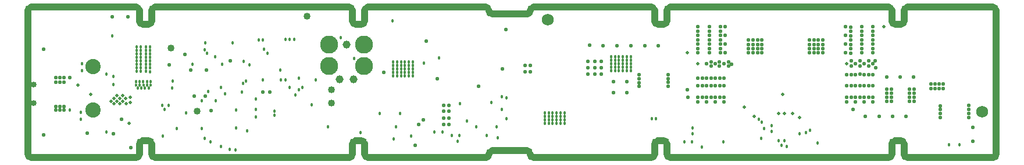
<source format=gbr>
%TF.GenerationSoftware,Altium Limited,Altium Designer,19.0.15 (446)*%
G04 Layer_Physical_Order=5*
G04 Layer_Color=128*
%FSLAX45Y45*%
%MOMM*%
%TF.FileFunction,Copper,L5,Inr,Plane*%
%TF.Part,Single*%
G01*
G75*
%TA.AperFunction,ViaPad*%
%ADD93C,0.45720*%
%TA.AperFunction,NonConductor*%
%ADD96C,1.01600*%
%TA.AperFunction,ViaPad*%
%ADD97C,1.01600*%
%TA.AperFunction,ComponentPad*%
%ADD98C,0.45400*%
%TA.AperFunction,ViaPad*%
%ADD99C,1.75400*%
%TA.AperFunction,ComponentPad*%
%ADD100C,2.62900*%
%ADD101C,1.15400*%
%ADD102C,1.01600*%
%TA.AperFunction,ViaPad*%
%ADD103C,0.55880*%
%ADD104C,0.50800*%
%ADD105C,0.85400*%
%ADD106C,2.23400*%
D93*
X11752580Y1562100D02*
D03*
X11792018Y1518920D02*
D03*
X10193020Y1569720D02*
D03*
X10246360D02*
D03*
X4084000Y2679565D02*
D03*
X3685540Y2679700D02*
D03*
X3502530Y2364170D02*
D03*
X3937000Y2361760D02*
D03*
X5048980Y2163664D02*
D03*
X4528980Y2136136D02*
D03*
X4777740Y2284257D02*
D03*
X2350000Y2185040D02*
D03*
X4285320Y2123440D02*
D03*
X4236720Y2087880D02*
D03*
X2350000Y2067460D02*
D03*
X1720080Y1698077D02*
D03*
X4422500Y1859280D02*
D03*
X5240960Y1774180D02*
D03*
X7088325Y2460211D02*
D03*
X6870261Y2382780D02*
D03*
X6428320Y1271344D02*
D03*
X7364720Y1239916D02*
D03*
X6228080Y1650000D02*
D03*
X7951460Y1292620D02*
D03*
X3159100Y1765300D02*
D03*
X3914140Y2024380D02*
D03*
X3980180Y1935480D02*
D03*
X4528980Y2724236D02*
D03*
X4335780Y2356200D02*
D03*
X5297520Y2135557D02*
D03*
X1890045Y2269325D02*
D03*
X6413000Y2997200D02*
D03*
X8072120Y1875040D02*
D03*
X8007500Y1890000D02*
D03*
X6525260Y1649780D02*
D03*
X1889760Y2374080D02*
D03*
X7782560Y1325454D02*
D03*
X8006080Y1704340D02*
D03*
X11780283Y1284337D02*
D03*
X4918980Y2726136D02*
D03*
X4853980D02*
D03*
X2811780Y2017380D02*
D03*
X2761565Y2016760D02*
D03*
X2680480Y2110740D02*
D03*
X3095719Y1703899D02*
D03*
X2893060Y2110740D02*
D03*
X2733625Y2061760D02*
D03*
X2839915Y2110740D02*
D03*
X3065361Y1765300D02*
D03*
X2703340Y2016760D02*
D03*
X2786770Y2110740D02*
D03*
X2870642Y2018133D02*
D03*
X2733625Y2110740D02*
D03*
X2839915Y2061760D02*
D03*
X5100080Y2024620D02*
D03*
X4244340Y2410460D02*
D03*
X11935000Y1467500D02*
D03*
X11826240Y1427480D02*
D03*
X12438678Y1363667D02*
D03*
X12340000Y1347500D02*
D03*
X12496800Y1399540D02*
D03*
X12038140Y1245000D02*
D03*
X12117500D02*
D03*
X10922000Y1158240D02*
D03*
X12157500Y1164438D02*
D03*
X12077500Y1180000D02*
D03*
X12602500Y1215000D02*
D03*
X11935000Y1386900D02*
D03*
X10782500Y1432500D02*
D03*
X4041140Y1117600D02*
D03*
X4124960Y1115000D02*
D03*
X3919220Y1160780D02*
D03*
X3209648Y2016760D02*
D03*
X3210850Y2120900D02*
D03*
X3639820Y1424940D02*
D03*
X3072580Y1312500D02*
D03*
X4140200Y1699260D02*
D03*
X4224020Y1958260D02*
D03*
X5664200Y2758440D02*
D03*
X6682740Y1313180D02*
D03*
X5478780Y1452440D02*
D03*
X3761739Y1229359D02*
D03*
X4297680Y1390880D02*
D03*
X8689160Y1656985D02*
D03*
X8630920Y1657310D02*
D03*
X7390480Y1323340D02*
D03*
X3408680Y1653540D02*
D03*
X9769348Y2425388D02*
D03*
Y2477173D02*
D03*
Y2373602D02*
D03*
X9825408Y2374252D02*
D03*
Y2322466D02*
D03*
X9655048Y2373602D02*
D03*
Y2270031D02*
D03*
X9711108Y2322141D02*
D03*
Y2373927D02*
D03*
X9825408Y2270680D02*
D03*
Y2477823D02*
D03*
X9769348Y2321817D02*
D03*
Y2270031D02*
D03*
X9711108Y2270356D02*
D03*
X9655048Y2321817D02*
D03*
X9711108Y2477498D02*
D03*
X9655048Y2477173D02*
D03*
X9825408Y2426037D02*
D03*
X9711108Y2425712D02*
D03*
X9655048Y2425388D02*
D03*
X8745220Y1657310D02*
D03*
X8917760D02*
D03*
X11231952Y1227500D02*
D03*
X10663193Y1226820D02*
D03*
X14513741Y1192500D02*
D03*
X14673740Y1192500D02*
D03*
X4422500Y1704200D02*
D03*
Y1594200D02*
D03*
X4699000Y1617980D02*
D03*
Y1681480D02*
D03*
X1877468Y1560380D02*
D03*
X3842544Y1834180D02*
D03*
X3634740D02*
D03*
X7023100Y1371600D02*
D03*
X7275480Y1323340D02*
D03*
X7139940Y1371600D02*
D03*
X8803460Y1501629D02*
D03*
X8689160D02*
D03*
Y1553414D02*
D03*
X8630920Y1501953D02*
D03*
X8917760D02*
D03*
X8745220D02*
D03*
X7926500Y1455000D02*
D03*
X8859520Y1502278D02*
D03*
X7638500Y1455000D02*
D03*
X7503000Y1536400D02*
D03*
X2330662Y2779856D02*
D03*
X8803460Y1605200D02*
D03*
X8859520Y1605849D02*
D03*
Y1657634D02*
D03*
Y1554063D02*
D03*
X8917760Y1605524D02*
D03*
Y1553739D02*
D03*
X8745220Y1605524D02*
D03*
X8803460Y1656985D02*
D03*
X8745220Y1553739D02*
D03*
X8803460Y1553414D02*
D03*
X8630920Y1605524D02*
D03*
Y1553739D02*
D03*
X8689160Y1605200D02*
D03*
X3677920Y1285240D02*
D03*
X9596808Y2322141D02*
D03*
Y2477498D02*
D03*
Y2425712D02*
D03*
Y2373927D02*
D03*
Y2270356D02*
D03*
X9883648Y2322141D02*
D03*
Y2373927D02*
D03*
Y2477498D02*
D03*
Y2270356D02*
D03*
Y2425712D02*
D03*
X3731260Y1971040D02*
D03*
X4594860Y2524760D02*
D03*
X4137660Y1430020D02*
D03*
X3275680Y1424940D02*
D03*
X5948681Y1368681D02*
D03*
X6464001Y1450340D02*
D03*
X5853906Y2449240D02*
D03*
X3680460Y2581220D02*
D03*
X3713480Y2527300D02*
D03*
X3832860Y2471420D02*
D03*
X1877060Y1661440D02*
D03*
X6596380Y2296099D02*
D03*
X6652440Y2193177D02*
D03*
Y2296748D02*
D03*
Y2348533D02*
D03*
X6710680Y2348209D02*
D03*
Y2192852D02*
D03*
Y2399994D02*
D03*
X6652440Y2400319D02*
D03*
Y2244962D02*
D03*
X6710680Y2296423D02*
D03*
Y2244638D02*
D03*
X6538140Y2192852D02*
D03*
Y2296423D02*
D03*
Y2348209D02*
D03*
X6596380Y2347884D02*
D03*
Y2192527D02*
D03*
Y2399670D02*
D03*
X6538140Y2399994D02*
D03*
Y2244638D02*
D03*
X6596380Y2244313D02*
D03*
X6423840Y2192852D02*
D03*
Y2296423D02*
D03*
Y2348209D02*
D03*
X6482080Y2347884D02*
D03*
Y2192527D02*
D03*
Y2399670D02*
D03*
X6423840Y2399994D02*
D03*
Y2244638D02*
D03*
X6482080Y2296099D02*
D03*
Y2244313D02*
D03*
X2247200Y2225040D02*
D03*
X4541520Y2583685D02*
D03*
X2885260Y2466818D02*
D03*
Y2518603D02*
D03*
X2827020Y2467142D02*
D03*
X2745740D02*
D03*
Y2518928D02*
D03*
X2687500Y2467467D02*
D03*
X2827020Y2622499D02*
D03*
X2885260Y2622174D02*
D03*
Y2570389D02*
D03*
X2827020Y2570713D02*
D03*
X2687500Y2622823D02*
D03*
X2745740Y2622499D02*
D03*
X4983980Y2726136D02*
D03*
X2827020Y2260000D02*
D03*
Y2311786D02*
D03*
Y2363571D02*
D03*
Y2415357D02*
D03*
Y2518928D02*
D03*
X2885260Y2415032D02*
D03*
Y2363246D02*
D03*
Y2311461D02*
D03*
Y2259675D02*
D03*
X2745740Y2260000D02*
D03*
Y2311786D02*
D03*
Y2363571D02*
D03*
Y2415357D02*
D03*
Y2570713D02*
D03*
X2687500Y2571038D02*
D03*
Y2519252D02*
D03*
Y2415681D02*
D03*
Y2363896D02*
D03*
Y2312110D02*
D03*
Y2260325D02*
D03*
X2247200Y1373800D02*
D03*
X7857500Y1810000D02*
D03*
X8072820Y1569060D02*
D03*
X7399780Y1787824D02*
D03*
X10778609Y1227500D02*
D03*
X10780000Y1347500D02*
D03*
X5000960Y1914180D02*
D03*
X5050960Y1989140D02*
D03*
X4853980Y2136136D02*
D03*
X4790140Y2135557D02*
D03*
X4917140Y2029780D02*
D03*
X4463980Y2724236D02*
D03*
D96*
X2680006Y1000838D02*
G03*
X2730006Y1050838I0J50000D01*
G01*
X2779996Y1250838D02*
G03*
X2729996Y1200838I0J-50000D01*
G01*
X2909996D02*
G03*
X2859996Y1250838I-50000J0D01*
G01*
X2909996Y1050838D02*
G03*
X2959996Y1000838I50000J0D01*
G01*
X5781246D02*
G03*
X5831246Y1050838I0J50000D01*
G01*
X5881236Y1250838D02*
G03*
X5831236Y1200838I0J-50000D01*
G01*
X6011236D02*
G03*
X5961236Y1250838I-50000J0D01*
G01*
X6011236Y1050838D02*
G03*
X6061236Y1000838I50000J0D01*
G01*
X7769323Y1000760D02*
G03*
X7819323Y1050760I0J50000D01*
G01*
X7869323Y1100760D02*
G03*
X7819323Y1050760I0J-50000D01*
G01*
X8420900D02*
G03*
X8370900Y1100760I-50000J0D01*
G01*
X8420900Y1050760D02*
G03*
X8470900Y1000760I50000J0D01*
G01*
X10181166Y1000838D02*
G03*
X10231166Y1050838I0J50000D01*
G01*
X10281156Y1250838D02*
G03*
X10231156Y1200838I0J-50000D01*
G01*
X10411156D02*
G03*
X10361156Y1250838I-50000J0D01*
G01*
X10411156Y1050838D02*
G03*
X10461156Y1000838I50000J0D01*
G01*
X13634996D02*
G03*
X13684996Y1050838I0J50000D01*
G01*
X13734985Y1250838D02*
G03*
X13684985Y1200838I0J-50000D01*
G01*
X13864986D02*
G03*
X13814986Y1250838I-50000J0D01*
G01*
X13864986Y1050838D02*
G03*
X13914986Y1000838I50000J0D01*
G01*
X15156000D02*
G03*
X15206000Y1050838I0J50000D01*
G01*
X15204900Y3150738D02*
G03*
X15155000Y3200638I-49900J0D01*
G01*
X13914996Y3200538D02*
G03*
X13865096Y3150638I0J-49900D01*
G01*
X13814996Y2950838D02*
G03*
X13864896Y3000738I0J49900D01*
G01*
X13684996D02*
G03*
X13734895Y2950838I49900J0D01*
G01*
X13684895Y3150738D02*
G03*
X13634996Y3200638I-49900J0D01*
G01*
X10461156D02*
G03*
X10411256Y3150738I0J-49900D01*
G01*
X10361156Y2950938D02*
G03*
X10411056Y3000838I0J49900D01*
G01*
X10231156D02*
G03*
X10281056Y2950938I49900J0D01*
G01*
X10231056Y3150838D02*
G03*
X10181156Y3200738I-49900J0D01*
G01*
X8470900D02*
G03*
X8420900Y3150738I0J-50000D01*
G01*
X8370900Y3100738D02*
G03*
X8420900Y3150738I0J50000D01*
G01*
X7819323D02*
G03*
X7869323Y3100738I50000J0D01*
G01*
X7819323Y3150738D02*
G03*
X7769323Y3200738I-50000J0D01*
G01*
X6061236Y3200738D02*
G03*
X6011236Y3150738I0J-50000D01*
G01*
X5961246Y2950738D02*
G03*
X6011246Y3000738I0J50000D01*
G01*
X5831246D02*
G03*
X5881246Y2950738I50000J0D01*
G01*
X5831246Y3150738D02*
G03*
X5781246Y3200738I-50000J0D01*
G01*
X2959986Y3200000D02*
G03*
X2909986Y3150000I0J-50000D01*
G01*
X2859996Y2950000D02*
G03*
X2909996Y3000000I0J50000D01*
G01*
X2729996D02*
G03*
X2779996Y2950000I50000J0D01*
G01*
X2729996Y3150000D02*
G03*
X2679996Y3200000I-50000J0D01*
G01*
X1156000Y3200628D02*
G03*
X1106100Y3150728I0J-49900D01*
G01*
X1106000Y1050838D02*
G03*
X1156000Y1000838I50000J0D01*
G01*
X1106000Y1050838D02*
X1106100Y1050938D01*
Y3150728D01*
X6061236Y3200738D02*
X7769323D01*
Y3200738D01*
X7869323Y3100738D02*
X8370900D01*
X8470900Y3200738D02*
Y3200738D01*
Y3200738D02*
X10181156Y3200738D01*
X10181166Y1000760D02*
Y1000838D01*
X8470900Y1000760D02*
X10181166D01*
X7869323Y1100760D02*
X8370900D01*
X7769245Y1000838D02*
X7769323Y1000760D01*
X6061236Y1000838D02*
X7769245D01*
X1156000Y3200628D02*
X2679996D01*
Y3200000D02*
Y3200628D01*
X2729986Y3150000D02*
X2729996D01*
X2729986Y3000944D02*
Y3150000D01*
Y3000944D02*
X2729996Y3000000D01*
X2779996Y2950000D02*
Y2950000D01*
Y2950000D02*
X2859996D01*
Y2950000D01*
X2909996Y3000000D02*
X2909996D01*
Y3150000D01*
X2909986D02*
X2909996D01*
X2959986Y3200000D02*
Y3200738D01*
X5781246D01*
X5831236Y3150738D02*
X5831246D01*
X5831236Y3001682D02*
Y3150738D01*
Y3001682D02*
X5831246Y3000738D01*
X5881246Y2950738D02*
Y2950738D01*
Y2950738D02*
X5961246D01*
Y2950738D01*
X6011246Y3000738D02*
X6011246D01*
Y3150738D01*
X6011236D02*
X6011246D01*
X10231056Y3150838D02*
X10231156D01*
Y3000838D02*
Y3150838D01*
X10281056Y2950938D02*
X10281156Y2950838D01*
X10361156D01*
Y2950938D01*
X10411056Y3000838D02*
X10411156D01*
Y3150838D01*
X10411256Y3150738D01*
X10461156Y3200638D02*
X13634996D01*
X13684895Y3150738D02*
X13684996D01*
Y3000738D02*
Y3150738D01*
X13734895Y2950838D02*
X13734996Y2950738D01*
X13814996D01*
Y2950838D01*
X13864896Y3000738D02*
X13864996D01*
Y3150738D01*
X13865096Y3150638D01*
X13914996Y3200538D02*
Y3200638D01*
X15155000D01*
X15204900Y3150738D02*
X15206000Y1050838D01*
X13914986Y1000838D02*
X15156000D01*
X13864986Y1050838D02*
X13864986D01*
X13864986D02*
Y1200838D01*
X13864986D01*
X13814986Y1250838D02*
X13814986Y1250838D01*
X13734985Y1250838D02*
X13814986D01*
X13734985D02*
X13734985Y1250838D01*
X13684985Y1200838D02*
X13684985D01*
X13684985Y1050838D02*
Y1200838D01*
Y1050838D02*
X13684996D01*
X10461156Y1000838D02*
X13634996D01*
X10411156Y1050838D02*
X10411156D01*
X10411156D02*
Y1200838D01*
X10411156D01*
X10361156Y1250838D02*
X10361156Y1250838D01*
X10281156Y1250838D02*
X10361156D01*
X10281156D02*
X10281156Y1250838D01*
X10231156Y1200838D02*
X10231156D01*
X10231156Y1050838D02*
Y1200838D01*
Y1050838D02*
X10231166D01*
X6011236D02*
X6011246D01*
Y1200838D01*
X6011236D02*
X6011246D01*
X5961236Y1250838D02*
X5961246Y1250838D01*
X5881236D02*
X5961246D01*
X5881236Y1250838D02*
Y1250838D01*
X5831236Y1200838D02*
X5831236D01*
X5831236Y1050838D02*
Y1200838D01*
Y1050838D02*
X5831246D01*
X2959996Y1000838D02*
X5781246D01*
X2909996Y1050838D02*
X2910006D01*
Y1199894D01*
X2909996Y1200838D02*
X2910006Y1199894D01*
X2859996Y1250838D02*
Y1250838D01*
X2779996D02*
X2859996D01*
X2779996Y1250838D02*
Y1250838D01*
X2729996Y1200838D02*
X2729996D01*
X2729996Y1050838D02*
Y1200838D01*
Y1050838D02*
X2730006D01*
X1156000Y1000838D02*
X2680006D01*
D97*
X5524500Y1798934D02*
D03*
Y1993900D02*
D03*
X3190240Y2603829D02*
D03*
X3568700Y1681480D02*
D03*
D98*
X2895480Y2061440D02*
D03*
X2680480D02*
D03*
X2787980D02*
D03*
D99*
X8679180Y3017520D02*
D03*
X15001241Y1668780D02*
D03*
D100*
X5493500Y2656240D02*
D03*
Y2338740D02*
D03*
X6001500D02*
D03*
Y2656240D02*
D03*
D101*
X5747500D02*
D03*
X5849100Y2148240D02*
D03*
X5645900D02*
D03*
D102*
X5166360Y3068320D02*
D03*
D103*
X4051300Y2418080D02*
D03*
X1720080Y2170077D02*
D03*
X6741220Y1178560D02*
D03*
X8068023Y2875680D02*
D03*
X6907080Y2701859D02*
D03*
X7665000Y2045260D02*
D03*
X7063740Y2151380D02*
D03*
X14317020Y2012688D02*
D03*
X14377020D02*
D03*
X14317020Y2077688D02*
D03*
X14257021D02*
D03*
Y2012688D02*
D03*
X14377020Y2077688D02*
D03*
X14437019Y2012688D02*
D03*
Y2077688D02*
D03*
X1334900Y2583804D02*
D03*
X2352200Y1348740D02*
D03*
X2468880Y1557840D02*
D03*
X1968500Y1354720D02*
D03*
X3686656Y1902460D02*
D03*
X3528060D02*
D03*
X6798243Y1485510D02*
D03*
X13447209Y2317126D02*
D03*
X3395980Y2513680D02*
D03*
X13497652Y1603580D02*
D03*
X13300153D02*
D03*
X9360140Y2405399D02*
D03*
X9263380Y2313402D02*
D03*
X9456420D02*
D03*
X9360140D02*
D03*
X9263542Y2222500D02*
D03*
X9263679Y2404612D02*
D03*
X9360052Y2222500D02*
D03*
X9456420Y2404612D02*
D03*
Y2222500D02*
D03*
X9632607Y2113559D02*
D03*
Y1953559D02*
D03*
X13890152Y1604795D02*
D03*
X13695152D02*
D03*
X13123665Y1705620D02*
D03*
X13446227Y2415032D02*
D03*
X11354500Y2369500D02*
D03*
X10711420Y1992022D02*
D03*
X10712000Y1883122D02*
D03*
X13083360Y2847340D02*
D03*
Y2593340D02*
D03*
X13083540Y2720340D02*
D03*
X13083360Y2911220D02*
D03*
Y2784220D02*
D03*
Y2657220D02*
D03*
Y2530220D02*
D03*
X13011000Y2912864D02*
D03*
Y2785864D02*
D03*
Y2658864D02*
D03*
Y2531864D02*
D03*
X11191420Y2597236D02*
D03*
Y2851236D02*
D03*
X11191240Y2724236D02*
D03*
X11191420Y2533356D02*
D03*
Y2660356D02*
D03*
Y2787356D02*
D03*
Y2914356D02*
D03*
X10925000Y1885260D02*
D03*
X11179000D02*
D03*
X11052000Y1885440D02*
D03*
X10861120Y1885260D02*
D03*
X10988120D02*
D03*
X11115120D02*
D03*
X11242120D02*
D03*
X13093700Y1884500D02*
D03*
X13347701D02*
D03*
X13220700Y1884680D02*
D03*
X13029820Y1884500D02*
D03*
X13156821D02*
D03*
X13283820D02*
D03*
X13410820D02*
D03*
X13411000Y1815864D02*
D03*
X13284000D02*
D03*
X13157001D02*
D03*
X13030000D02*
D03*
X11242500Y1815000D02*
D03*
X11115500D02*
D03*
X10988500D02*
D03*
X10861500D02*
D03*
X10924999Y2161360D02*
D03*
X11178999D02*
D03*
X11051999Y2161540D02*
D03*
X10861119Y2161360D02*
D03*
X10988119D02*
D03*
X11115119D02*
D03*
X11242119D02*
D03*
X13092999Y2217240D02*
D03*
X13347000D02*
D03*
X13220000Y2217420D02*
D03*
X13029120Y2217240D02*
D03*
X13156120D02*
D03*
X13283121D02*
D03*
X13410120D02*
D03*
X13093500Y2049183D02*
D03*
X13347501D02*
D03*
X13220500Y2049364D02*
D03*
X13029620Y2049183D02*
D03*
X13156619D02*
D03*
X13283620D02*
D03*
X13410620D02*
D03*
X11179000Y2048680D02*
D03*
X10925000D02*
D03*
X11052000Y2048500D02*
D03*
X11242880Y2048680D02*
D03*
X11115880D02*
D03*
X10988880D02*
D03*
X10861880D02*
D03*
X13411380Y2596364D02*
D03*
Y2850364D02*
D03*
X13411200Y2723364D02*
D03*
X13411380Y2532484D02*
D03*
Y2659484D02*
D03*
Y2786484D02*
D03*
Y2913484D02*
D03*
X13244679Y2595364D02*
D03*
Y2849364D02*
D03*
X13244501Y2722364D02*
D03*
X13244679Y2531484D02*
D03*
Y2658484D02*
D03*
Y2785484D02*
D03*
Y2912484D02*
D03*
X11026681Y2595500D02*
D03*
Y2849500D02*
D03*
X11026500Y2722500D02*
D03*
X11026681Y2531620D02*
D03*
Y2658620D02*
D03*
Y2785620D02*
D03*
Y2912620D02*
D03*
X10856140Y2595880D02*
D03*
Y2849880D02*
D03*
X10855960Y2722880D02*
D03*
X10856140Y2532000D02*
D03*
Y2659000D02*
D03*
Y2786000D02*
D03*
Y2913000D02*
D03*
X11260000D02*
D03*
Y2786000D02*
D03*
Y2659000D02*
D03*
Y2532000D02*
D03*
X14386560Y1645027D02*
D03*
Y1587500D02*
D03*
Y1702553D02*
D03*
Y1760080D02*
D03*
X1632651Y1694180D02*
D03*
Y1750461D02*
D03*
X6287501Y2250417D02*
D03*
X14803120Y1647527D02*
D03*
Y1590000D02*
D03*
Y1705054D02*
D03*
Y1762580D02*
D03*
X10429240Y2099687D02*
D03*
Y2042160D02*
D03*
Y2157213D02*
D03*
Y2214740D02*
D03*
X10007600Y2212340D02*
D03*
X14866151Y1238636D02*
D03*
Y1441136D02*
D03*
X13997501Y2177500D02*
D03*
X13805000Y2178364D02*
D03*
X13612500Y2177500D02*
D03*
X13411000Y2370864D02*
D03*
X13284000D02*
D03*
X13157001D02*
D03*
X9285531Y2641247D02*
D03*
X10285014Y2637221D02*
D03*
X10086786Y2638364D02*
D03*
X9885714D02*
D03*
X9684643D02*
D03*
X9824720Y2112500D02*
D03*
X9483572Y2638364D02*
D03*
X10007600Y2154813D02*
D03*
Y2039760D02*
D03*
Y2097287D02*
D03*
X3774440Y1691640D02*
D03*
X3477260Y2283125D02*
D03*
X3702578Y2283460D02*
D03*
X9824720Y1952500D02*
D03*
X11305000Y2343495D02*
D03*
Y2399670D02*
D03*
X11177500Y2341880D02*
D03*
Y2399670D02*
D03*
X12552020Y2717460D02*
D03*
Y2597460D02*
D03*
Y2537460D02*
D03*
Y2657460D02*
D03*
X12487020D02*
D03*
Y2597460D02*
D03*
Y2717460D02*
D03*
Y2537460D02*
D03*
X11794720Y2717460D02*
D03*
Y2597460D02*
D03*
Y2537460D02*
D03*
Y2657460D02*
D03*
X11729720D02*
D03*
Y2597460D02*
D03*
Y2717460D02*
D03*
Y2537460D02*
D03*
X2562711Y3058460D02*
D03*
X2330662Y3059856D02*
D03*
X1512698Y1694180D02*
D03*
Y1751623D02*
D03*
X1573246D02*
D03*
Y1694180D02*
D03*
X4632384Y1963040D02*
D03*
X4525656D02*
D03*
X3163000Y2357120D02*
D03*
X2604000Y1147500D02*
D03*
X1334900Y1331360D02*
D03*
X7236460Y1488440D02*
D03*
X7160260D02*
D03*
X7236460Y1574800D02*
D03*
X7160260D02*
D03*
X7236460Y1676400D02*
D03*
X7160260D02*
D03*
X7236460Y1762760D02*
D03*
X7160260D02*
D03*
X8346440Y2346035D02*
D03*
X8422640D02*
D03*
X8346440Y2259675D02*
D03*
X8422640D02*
D03*
X6863080Y1551940D02*
D03*
X8018667Y2297362D02*
D03*
X1632651Y2174240D02*
D03*
X1573246D02*
D03*
Y2107220D02*
D03*
X1513840D02*
D03*
Y2174240D02*
D03*
X1632651Y2107220D02*
D03*
X14008099Y2001520D02*
D03*
X13943100D02*
D03*
X13677901D02*
D03*
X13612900D02*
D03*
Y1821520D02*
D03*
X13677901D02*
D03*
X13943100D02*
D03*
X14008099D02*
D03*
X13347459Y2342600D02*
D03*
Y2416724D02*
D03*
X13220000Y2342600D02*
D03*
Y2415000D02*
D03*
X13093700Y2342600D02*
D03*
X13094960Y2415000D02*
D03*
X11115500Y2370000D02*
D03*
X10988500D02*
D03*
X11052000Y2400319D02*
D03*
X11242500Y2370000D02*
D03*
X11052000Y2342600D02*
D03*
X12612140Y2537460D02*
D03*
Y2717460D02*
D03*
Y2597460D02*
D03*
Y2657460D02*
D03*
X12677140D02*
D03*
Y2537460D02*
D03*
Y2597460D02*
D03*
Y2717460D02*
D03*
X11600180Y2537460D02*
D03*
Y2717460D02*
D03*
Y2597460D02*
D03*
Y2657460D02*
D03*
X11665180D02*
D03*
Y2537460D02*
D03*
Y2597460D02*
D03*
Y2717460D02*
D03*
X13943100Y1881520D02*
D03*
Y1941520D02*
D03*
X14008099D02*
D03*
Y1881520D02*
D03*
X13612900D02*
D03*
Y1941520D02*
D03*
X13677901D02*
D03*
Y1881520D02*
D03*
D104*
X1835156Y2058239D02*
D03*
X13566000Y2912864D02*
D03*
X2019300Y1922780D02*
D03*
X2597980Y1805440D02*
D03*
Y1885440D02*
D03*
X12117500Y1650000D02*
D03*
X12037500D02*
D03*
X13030000Y2370864D02*
D03*
X2361848Y1788160D02*
D03*
X2403158Y1907540D02*
D03*
X2484248Y1821180D02*
D03*
X2402004D02*
D03*
X2485390Y1907540D02*
D03*
X2361848Y1869440D02*
D03*
X11678920Y1605280D02*
D03*
X12238140Y1650000D02*
D03*
X12095140Y1928934D02*
D03*
X11540000Y1741160D02*
D03*
X10705000Y2532000D02*
D03*
X10861500Y2370000D02*
D03*
X2577560Y1505561D02*
D03*
X2444092Y1869440D02*
D03*
X2526336D02*
D03*
X2444092Y1788160D02*
D03*
X2540211Y1792570D02*
D03*
X12340000Y1587500D02*
D03*
X2319760Y1821180D02*
D03*
D105*
X1195080Y1799077D02*
D03*
Y2069077D02*
D03*
D106*
X2055000Y1695000D02*
D03*
Y2330000D02*
D03*
%TF.MD5,835df1245cfd3157a4088a16be247f98*%
M02*

</source>
